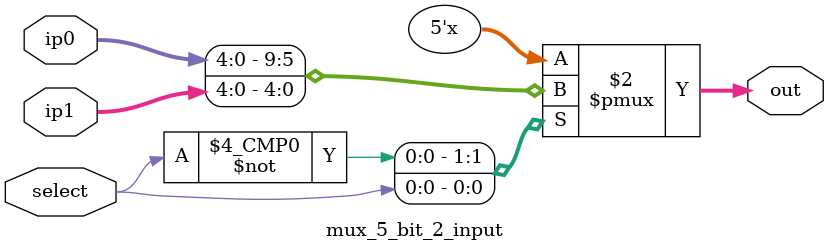
<source format=v>
module mux_5_bit_2_input(ip0, ip1, select, out);

	output reg [4:0] out;
	
	input  [4:0] ip0, ip1;
	input  select;
	
	always@(*) begin
		case(select)
			0: out = ip0;
			1: out = ip1;
			default: out = ip0;
		endcase
	end
	
endmodule
</source>
